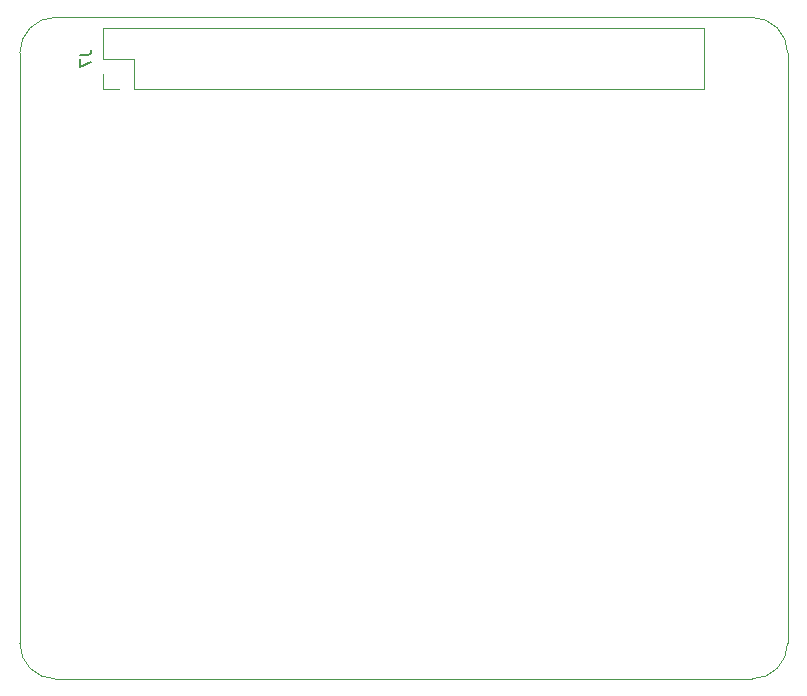
<source format=gbr>
%TF.GenerationSoftware,KiCad,Pcbnew,5.1.4-e60b266~84~ubuntu18.04.1*%
%TF.CreationDate,2019-11-04T19:33:46+01:00*%
%TF.ProjectId,FHSHat,46485348-6174-42e6-9b69-6361645f7063,rev?*%
%TF.SameCoordinates,Original*%
%TF.FileFunction,Legend,Bot*%
%TF.FilePolarity,Positive*%
%FSLAX46Y46*%
G04 Gerber Fmt 4.6, Leading zero omitted, Abs format (unit mm)*
G04 Created by KiCad (PCBNEW 5.1.4-e60b266~84~ubuntu18.04.1) date 2019-11-04 19:33:46*
%MOMM*%
%LPD*%
G04 APERTURE LIST*
%ADD10C,0.100000*%
%ADD11C,0.120000*%
%ADD12C,0.150000*%
G04 APERTURE END LIST*
D10*
X78546356Y-63817611D02*
X78546356Y-113817611D01*
X78546356Y-63817611D02*
G75*
G02X81546356Y-60817611I3000000J0D01*
G01*
X140546356Y-60817611D02*
X81546356Y-60817611D01*
X140546356Y-60817611D02*
G75*
G02X143546356Y-63817611I0J-3000000D01*
G01*
X143546356Y-113817611D02*
X143546356Y-63817611D01*
X81546356Y-116817611D02*
G75*
G02X78546356Y-113817611I0J3000000D01*
G01*
X81546356Y-116817611D02*
X140546356Y-116817611D01*
X143546351Y-113822847D02*
G75*
G02X140546356Y-116817611I-2999995J5236D01*
G01*
D11*
X85590000Y-65590000D02*
X85590000Y-66920000D01*
X85590000Y-66920000D02*
X86920000Y-66920000D01*
X85590000Y-64320000D02*
X88190000Y-64320000D01*
X88190000Y-64320000D02*
X88190000Y-66920000D01*
X88190000Y-66920000D02*
X136510000Y-66920000D01*
X136510000Y-61720000D02*
X136510000Y-66920000D01*
X85590000Y-61720000D02*
X136510000Y-61720000D01*
X85590000Y-61720000D02*
X85590000Y-64320000D01*
D12*
X83602380Y-63986666D02*
X84316666Y-63986666D01*
X84459523Y-63939047D01*
X84554761Y-63843809D01*
X84602380Y-63700952D01*
X84602380Y-63605714D01*
X83602380Y-64367619D02*
X83602380Y-65034285D01*
X84602380Y-64605714D01*
M02*

</source>
